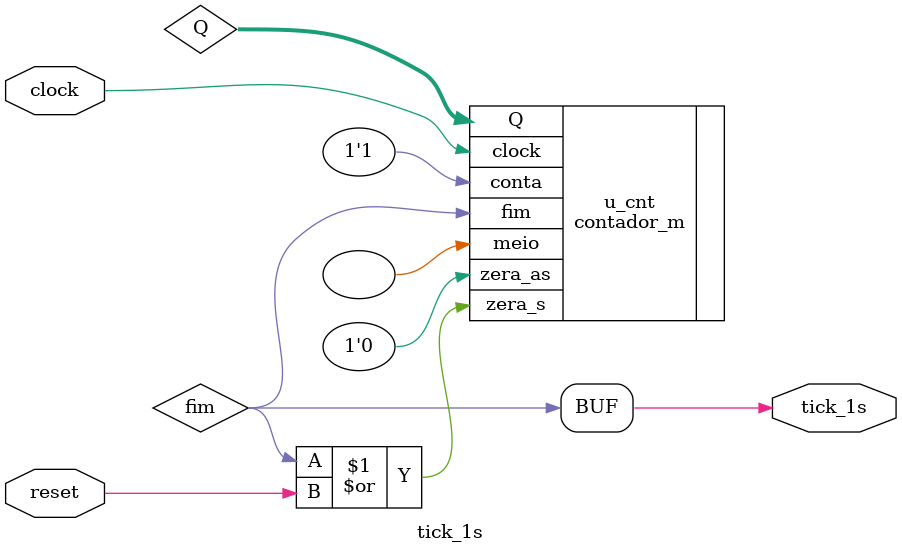
<source format=v>
/* --------------------------------------------------------------------------
 *  Arquivo   : tick_1s.v   --- Para o desafio da semana 4
 * --------------------------------------------------------------------------
 */
 
module tick_1s (
  input  wire clock,
  input  wire reset,     // ativo alto
  output wire tick_1s    // pulso de 1 ciclo a cada 1 s
);
  // 50_000_000 ciclos @ 50 MHz
  localparam integer M = 50_000_000;
  localparam integer N = 26; // ceil(log2(M)) = 26

  wire fim;
  wire [N-1:0] Q;

  contador_m #(.M(M), .N(N)) u_cnt (
    .clock    (clock),
    .zera_as  (1'b0),
    .zera_s   (fim | reset),  // reinicia ao completar 1s ou em reset
    .conta    (1'b1),
    .Q        (Q),
    .fim      (fim),
    .meio     ()
  );

  assign tick_1s = fim; // pulso de 1 ciclo
endmodule

</source>
